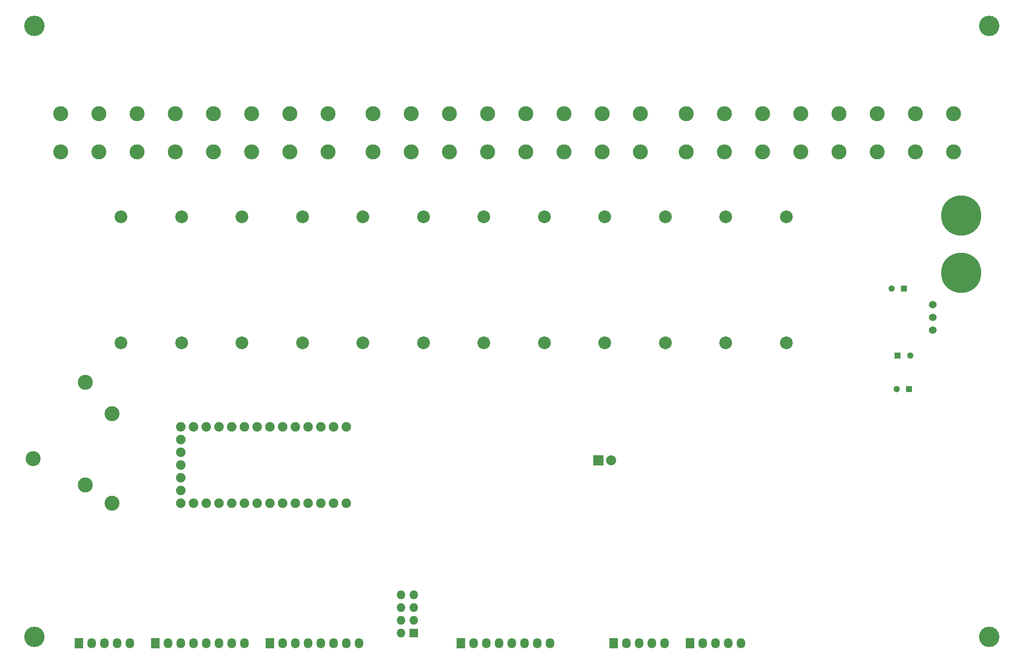
<source format=gbr>
G04 #@! TF.FileFunction,Soldermask,Bot*
%FSLAX46Y46*%
G04 Gerber Fmt 4.6, Leading zero omitted, Abs format (unit mm)*
G04 Created by KiCad (PCBNEW (after 2015-may-25 BZR unknown)-product) date 06/09/2015 16:48:44*
%MOMM*%
G01*
G04 APERTURE LIST*
%ADD10C,0.100000*%
%ADD11R,1.300000X1.300000*%
%ADD12C,1.300000*%
%ADD13C,2.540000*%
%ADD14C,1.524000*%
%ADD15R,2.000000X2.000000*%
%ADD16C,2.000000*%
%ADD17R,1.727200X2.032000*%
%ADD18O,1.727200X2.032000*%
%ADD19C,1.900000*%
%ADD20C,8.000000*%
%ADD21C,4.064000*%
%ADD22C,3.000000*%
%ADD23R,1.727200X1.727200*%
%ADD24O,1.727200X1.727200*%
G04 APERTURE END LIST*
D10*
D11*
X222504000Y-82423000D03*
D12*
X220004000Y-82423000D03*
X223734000Y-95758000D03*
D11*
X221234000Y-95758000D03*
D13*
X199009000Y-93218000D03*
X199009000Y-68072000D03*
X186944000Y-93218000D03*
X186944000Y-68072000D03*
X174879000Y-93218000D03*
X174879000Y-68072000D03*
X162814000Y-93218000D03*
X162814000Y-68072000D03*
X150749000Y-93218000D03*
X150749000Y-68072000D03*
X138684000Y-93218000D03*
X138684000Y-68072000D03*
X126619000Y-93218000D03*
X126619000Y-68072000D03*
X114554000Y-93218000D03*
X114554000Y-68072000D03*
X90424000Y-93218000D03*
X90424000Y-68072000D03*
X78359000Y-93218000D03*
X78359000Y-68072000D03*
X66294000Y-93218000D03*
X66294000Y-68072000D03*
X102489000Y-93218000D03*
X102489000Y-68072000D03*
D14*
X228219000Y-85598000D03*
X228219000Y-88138000D03*
X228219000Y-90678000D03*
D11*
X223520000Y-102489000D03*
D12*
X221020000Y-102489000D03*
D15*
X161544000Y-116713000D03*
D16*
X164084000Y-116713000D03*
D17*
X73152000Y-153162000D03*
D18*
X75692000Y-153162000D03*
X78232000Y-153162000D03*
X80772000Y-153162000D03*
X83312000Y-153162000D03*
X85852000Y-153162000D03*
X88392000Y-153162000D03*
X90932000Y-153162000D03*
D17*
X164592000Y-153162000D03*
D18*
X167132000Y-153162000D03*
X169672000Y-153162000D03*
X172212000Y-153162000D03*
X174752000Y-153162000D03*
D17*
X179832000Y-153162000D03*
D18*
X182372000Y-153162000D03*
X184912000Y-153162000D03*
X187452000Y-153162000D03*
X189992000Y-153162000D03*
D17*
X57912000Y-153162000D03*
D18*
X60452000Y-153162000D03*
X62992000Y-153162000D03*
X65532000Y-153162000D03*
X68072000Y-153162000D03*
D17*
X134112000Y-153162000D03*
D18*
X136652000Y-153162000D03*
X139192000Y-153162000D03*
X141732000Y-153162000D03*
X144272000Y-153162000D03*
X146812000Y-153162000D03*
X149352000Y-153162000D03*
X151892000Y-153162000D03*
D17*
X96012000Y-153162000D03*
D18*
X98552000Y-153162000D03*
X101092000Y-153162000D03*
X103632000Y-153162000D03*
X106172000Y-153162000D03*
X108712000Y-153162000D03*
X111252000Y-153162000D03*
X113792000Y-153162000D03*
D19*
X108712000Y-109982000D03*
X106172000Y-109982000D03*
X103632000Y-109982000D03*
X101092000Y-109982000D03*
X98552000Y-109982000D03*
X96012000Y-109982000D03*
X93472000Y-109982000D03*
X90932000Y-109982000D03*
X88392000Y-109982000D03*
X85852000Y-109982000D03*
X83312000Y-109982000D03*
X80772000Y-109982000D03*
X78232000Y-109982000D03*
X111252000Y-109982000D03*
X78232000Y-112522000D03*
X78232000Y-115062000D03*
X78232000Y-117602000D03*
X78232000Y-120142000D03*
X78232000Y-122682000D03*
X78232000Y-125222000D03*
X80772000Y-125222000D03*
X83312000Y-125222000D03*
X85852000Y-125222000D03*
X88392000Y-125222000D03*
X90932000Y-125222000D03*
X93472000Y-125222000D03*
X96012000Y-125222000D03*
X98552000Y-125222000D03*
X101092000Y-125222000D03*
X103632000Y-125222000D03*
X106172000Y-125222000D03*
X108712000Y-125222000D03*
X111252000Y-125222000D03*
D20*
X233934000Y-79248000D03*
D21*
X49022000Y-151892000D03*
X49022000Y-29972000D03*
X239522000Y-29972000D03*
X239522000Y-151892000D03*
D20*
X233934000Y-67818000D03*
D22*
X179070000Y-55118000D03*
X179070000Y-47498000D03*
X186690000Y-55118000D03*
X186690000Y-47498000D03*
X194310000Y-55118000D03*
X194310000Y-47498000D03*
X201930000Y-55118000D03*
X201930000Y-47498000D03*
X209550000Y-55118000D03*
X209550000Y-47498000D03*
X217170000Y-55118000D03*
X217170000Y-47498000D03*
X224790000Y-55118000D03*
X224790000Y-47498000D03*
X232410000Y-55118000D03*
X232410000Y-47498000D03*
X116586000Y-55118000D03*
X116586000Y-47498000D03*
X124206000Y-55118000D03*
X124206000Y-47498000D03*
X131826000Y-55118000D03*
X131826000Y-47498000D03*
X139446000Y-55118000D03*
X139446000Y-47498000D03*
X147066000Y-55118000D03*
X147066000Y-47498000D03*
X154686000Y-55118000D03*
X154686000Y-47498000D03*
X162306000Y-55118000D03*
X162306000Y-47498000D03*
X169926000Y-55118000D03*
X169926000Y-47498000D03*
X54229000Y-55118000D03*
X54229000Y-47498000D03*
X61849000Y-55118000D03*
X61849000Y-47498000D03*
X69469000Y-55118000D03*
X69469000Y-47498000D03*
X77089000Y-55118000D03*
X77089000Y-47498000D03*
X84709000Y-55118000D03*
X84709000Y-47498000D03*
X92329000Y-55118000D03*
X92329000Y-47498000D03*
X99949000Y-55118000D03*
X99949000Y-47498000D03*
X107569000Y-55118000D03*
X107569000Y-47498000D03*
X59182000Y-121615200D03*
X59182000Y-101117400D03*
X48771175Y-116332000D03*
X64452500Y-107378500D03*
X64452500Y-125285500D03*
D23*
X124714000Y-151130000D03*
D24*
X122174000Y-151130000D03*
X124714000Y-148590000D03*
X122174000Y-148590000D03*
X124714000Y-146050000D03*
X122174000Y-146050000D03*
X124714000Y-143510000D03*
X122174000Y-143510000D03*
M02*

</source>
